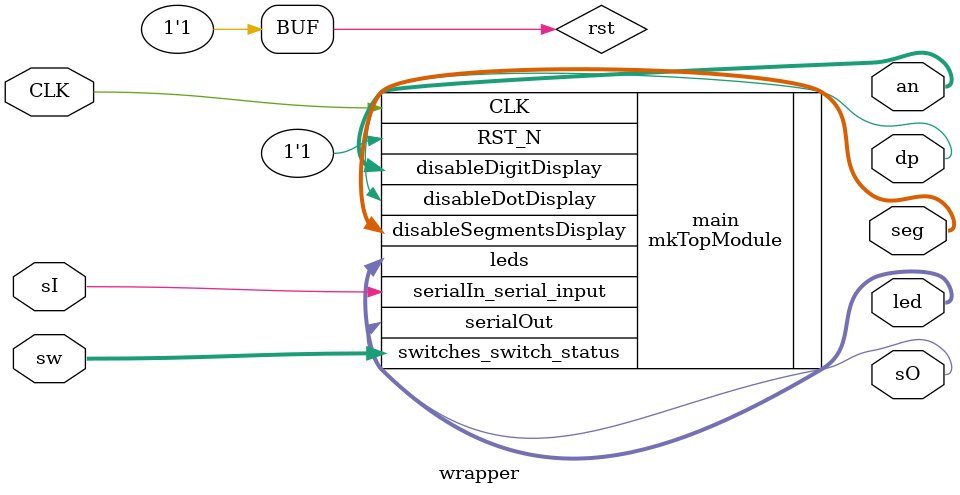
<source format=v>
module wrapper(CLK,sw,sI,led,seg,dp,an,sO);
input CLK;
input [15:0] sw;
input sI;
output [15:0] led;
output [6:0] seg;
output dp;
output [3:0] an;
output sO;

wire rst;
mkTopModule main(.CLK(CLK),
.leds(led),
.switches_switch_status(sw),
.RST_N(rst),
.disableSegmentsDisplay(seg),
.disableDotDisplay(dp),
.disableDigitDisplay(an),
.serialOut(sO),
.serialIn_serial_input(sI)
);

assign rst=1;
endmodule
</source>
